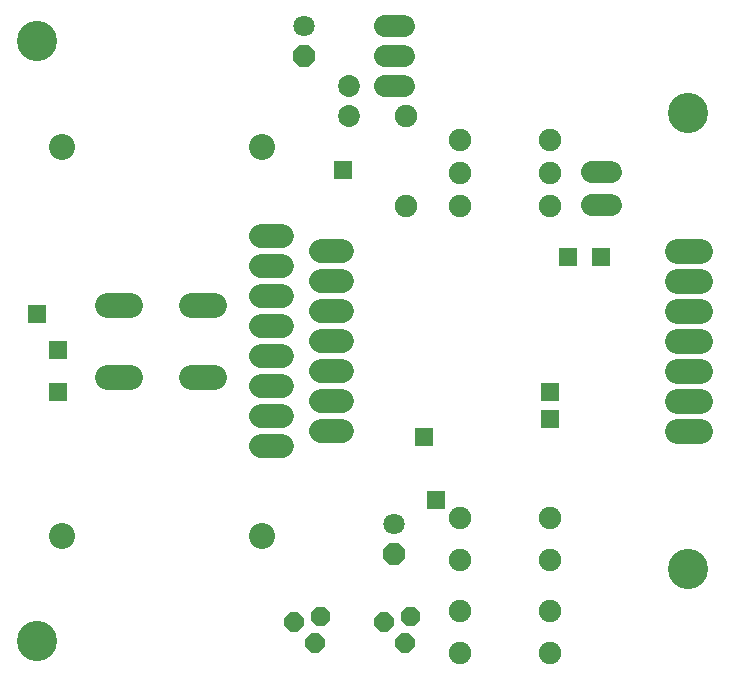
<source format=gts>
G75*
G70*
%OFA0B0*%
%FSLAX24Y24*%
%IPPOS*%
%LPD*%
%AMOC8*
5,1,8,0,0,1.08239X$1,22.5*
%
%ADD10C,0.1340*%
%ADD11C,0.0867*%
%ADD12C,0.0128*%
%ADD13C,0.0720*%
%ADD14C,0.0730*%
%ADD15OC8,0.0710*%
%ADD16C,0.0710*%
%ADD17C,0.0792*%
%ADD18C,0.0753*%
%ADD19C,0.0820*%
%ADD20C,0.0480*%
%ADD21R,0.0640X0.0640*%
D10*
X007233Y006900D03*
X028933Y009300D03*
X028933Y024500D03*
X007233Y026900D03*
D11*
X008040Y023382D03*
X014733Y023382D03*
X014727Y010418D03*
X008034Y010418D03*
D12*
X015822Y007363D02*
X015886Y007299D01*
X015674Y007299D01*
X015525Y007448D01*
X015525Y007660D01*
X015674Y007809D01*
X015886Y007809D01*
X016035Y007660D01*
X016035Y007448D01*
X015886Y007299D01*
X015846Y007395D01*
X015714Y007395D01*
X015621Y007488D01*
X015621Y007620D01*
X015714Y007713D01*
X015846Y007713D01*
X015939Y007620D01*
X015939Y007488D01*
X015846Y007395D01*
X015806Y007491D01*
X015754Y007491D01*
X015717Y007528D01*
X015717Y007580D01*
X015754Y007617D01*
X015806Y007617D01*
X015843Y007580D01*
X015843Y007528D01*
X015806Y007491D01*
X016706Y007539D02*
X016770Y007475D01*
X016558Y007475D01*
X016409Y007624D01*
X016409Y007836D01*
X016558Y007985D01*
X016770Y007985D01*
X016919Y007836D01*
X016919Y007624D01*
X016770Y007475D01*
X016730Y007571D01*
X016598Y007571D01*
X016505Y007664D01*
X016505Y007796D01*
X016598Y007889D01*
X016730Y007889D01*
X016823Y007796D01*
X016823Y007664D01*
X016730Y007571D01*
X016690Y007667D01*
X016638Y007667D01*
X016601Y007704D01*
X016601Y007756D01*
X016638Y007793D01*
X016690Y007793D01*
X016727Y007756D01*
X016727Y007704D01*
X016690Y007667D01*
X016529Y006655D02*
X016593Y006591D01*
X016381Y006591D01*
X016232Y006740D01*
X016232Y006952D01*
X016381Y007101D01*
X016593Y007101D01*
X016742Y006952D01*
X016742Y006740D01*
X016593Y006591D01*
X016553Y006687D01*
X016421Y006687D01*
X016328Y006780D01*
X016328Y006912D01*
X016421Y007005D01*
X016553Y007005D01*
X016646Y006912D01*
X016646Y006780D01*
X016553Y006687D01*
X016513Y006783D01*
X016461Y006783D01*
X016424Y006820D01*
X016424Y006872D01*
X016461Y006909D01*
X016513Y006909D01*
X016550Y006872D01*
X016550Y006820D01*
X016513Y006783D01*
X018822Y007363D02*
X018886Y007299D01*
X018674Y007299D01*
X018525Y007448D01*
X018525Y007660D01*
X018674Y007809D01*
X018886Y007809D01*
X019035Y007660D01*
X019035Y007448D01*
X018886Y007299D01*
X018846Y007395D01*
X018714Y007395D01*
X018621Y007488D01*
X018621Y007620D01*
X018714Y007713D01*
X018846Y007713D01*
X018939Y007620D01*
X018939Y007488D01*
X018846Y007395D01*
X018806Y007491D01*
X018754Y007491D01*
X018717Y007528D01*
X018717Y007580D01*
X018754Y007617D01*
X018806Y007617D01*
X018843Y007580D01*
X018843Y007528D01*
X018806Y007491D01*
X019706Y007539D02*
X019770Y007475D01*
X019558Y007475D01*
X019409Y007624D01*
X019409Y007836D01*
X019558Y007985D01*
X019770Y007985D01*
X019919Y007836D01*
X019919Y007624D01*
X019770Y007475D01*
X019730Y007571D01*
X019598Y007571D01*
X019505Y007664D01*
X019505Y007796D01*
X019598Y007889D01*
X019730Y007889D01*
X019823Y007796D01*
X019823Y007664D01*
X019730Y007571D01*
X019690Y007667D01*
X019638Y007667D01*
X019601Y007704D01*
X019601Y007756D01*
X019638Y007793D01*
X019690Y007793D01*
X019727Y007756D01*
X019727Y007704D01*
X019690Y007667D01*
X019529Y006655D02*
X019593Y006591D01*
X019381Y006591D01*
X019232Y006740D01*
X019232Y006952D01*
X019381Y007101D01*
X019593Y007101D01*
X019742Y006952D01*
X019742Y006740D01*
X019593Y006591D01*
X019553Y006687D01*
X019421Y006687D01*
X019328Y006780D01*
X019328Y006912D01*
X019421Y007005D01*
X019553Y007005D01*
X019646Y006912D01*
X019646Y006780D01*
X019553Y006687D01*
X019513Y006783D01*
X019461Y006783D01*
X019424Y006820D01*
X019424Y006872D01*
X019461Y006909D01*
X019513Y006909D01*
X019550Y006872D01*
X019550Y006820D01*
X019513Y006783D01*
D13*
X025713Y021450D02*
X026353Y021450D01*
X026353Y022550D02*
X025713Y022550D01*
X019453Y025400D02*
X018813Y025400D01*
X018813Y026400D02*
X019453Y026400D01*
X019453Y027400D02*
X018813Y027400D01*
D14*
X017633Y025400D03*
X017633Y024400D03*
D15*
X016133Y026400D03*
X019133Y009800D03*
D16*
X019133Y010800D03*
X016133Y027400D03*
D17*
X015390Y020400D02*
X014677Y020400D01*
X014677Y019400D02*
X015390Y019400D01*
X015390Y018400D02*
X014677Y018400D01*
X014677Y017400D02*
X015390Y017400D01*
X016677Y016900D02*
X017390Y016900D01*
X017390Y017900D02*
X016677Y017900D01*
X016677Y018900D02*
X017390Y018900D01*
X017390Y019900D02*
X016677Y019900D01*
X015390Y016400D02*
X014677Y016400D01*
X014677Y015400D02*
X015390Y015400D01*
X016677Y014900D02*
X017390Y014900D01*
X017390Y015900D02*
X016677Y015900D01*
X015390Y014400D02*
X014677Y014400D01*
X014677Y013400D02*
X015390Y013400D01*
X016677Y013900D02*
X017390Y013900D01*
D18*
X021333Y011000D03*
X021333Y009600D03*
X021333Y007900D03*
X021333Y006500D03*
X024333Y006500D03*
X024333Y007900D03*
X024333Y009600D03*
X024333Y011000D03*
X024333Y021400D03*
X024333Y022500D03*
X024333Y023600D03*
X021333Y023600D03*
X021333Y022500D03*
X021333Y021400D03*
X019533Y021400D03*
X019533Y024400D03*
D19*
X013103Y018100D02*
X012363Y018100D01*
X010303Y018100D02*
X009563Y018100D01*
X009563Y015700D02*
X010303Y015700D01*
X012363Y015700D02*
X013103Y015700D01*
X028563Y015900D02*
X029303Y015900D01*
X029303Y014900D02*
X028563Y014900D01*
X028563Y013900D02*
X029303Y013900D01*
X029303Y016900D02*
X028563Y016900D01*
X028563Y017900D02*
X029303Y017900D01*
X029303Y018900D02*
X028563Y018900D01*
X028563Y019900D02*
X029303Y019900D01*
D20*
X028933Y019900D03*
X028933Y018900D03*
X028933Y017900D03*
X028933Y016900D03*
X028933Y015900D03*
X028933Y014900D03*
X028933Y013900D03*
D21*
X024333Y014300D03*
X024333Y015200D03*
X020133Y013700D03*
X020533Y011600D03*
X024933Y019700D03*
X026033Y019700D03*
X017433Y022600D03*
X007933Y016600D03*
X007233Y017800D03*
X007933Y015200D03*
M02*

</source>
